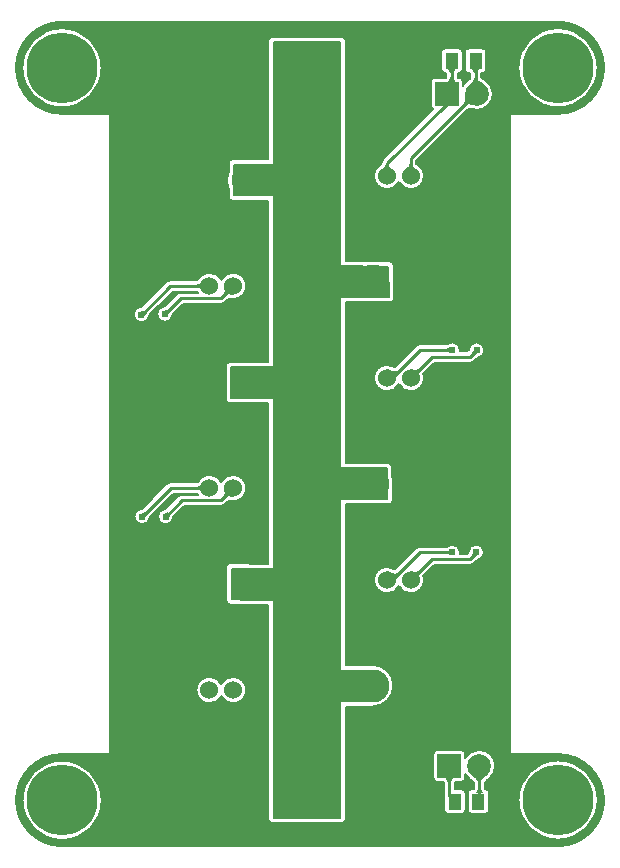
<source format=gtl>
G04 Layer: TopLayer*
G04 EasyEDA Pro v2.2.32.3, 2024-11-26 15:57:28*
G04 Gerber Generator version 0.3*
G04 Scale: 100 percent, Rotated: No, Reflected: No*
G04 Dimensions in millimeters*
G04 Leading zeros omitted, absolute positions, 3 integers and 5 decimals*
%FSLAX35Y35*%
%MOMM*%
%ADD10C,0.2032*%
%ADD11C,6.0*%
%ADD12R,2.0X2.0*%
%ADD13C,2.0*%
%ADD14C,2.79999*%
%ADD15C,1.524*%
%ADD16C,5.79999*%
%ADD17R,1.13254X1.37701*%
%ADD18C,0.6190*%
%ADD19C,0.61*%
%ADD20C,0.254*%
G75*


G04 Copper Start*
G36*
G01X5807395Y-47367D02*
G01X5710006Y-47691D01*
G03X5707431Y-47367I-2575J-10091D01*
G02X5317846Y342218I0J389585D01*
G02X5707431Y731803I389585J0D01*
G01X5707431Y731803D01*
G01X6107430Y731803D01*
G01X6107430Y731803D01*
G03X6117844Y742217I0J10414D01*
G01X6117844Y742217D01*
G01X6117844Y6142206D01*
G01X6117844Y6142206D01*
G03X6107430Y6152620I-10414J0D01*
G01X6107430Y6152620D01*
G01X5811135Y6152620D01*
G03X5807430Y6153302I-3705J-9733D01*
G03X5803725Y6152620I0J-10414D01*
G01X5707431Y6152620D01*
G01X5707431Y6152620D01*
G02X5317846Y6542206I0J389585D01*
G02X5701465Y6931745I389585J0D01*
G01X5701465Y6931745D01*
G03X5704960Y6931141I3495J9810D01*
G01X5704960Y6931141D01*
G01X5704997Y6931141D01*
G01X5704997Y6931141D01*
G01X5705026Y6931141D01*
G01X5705026Y6931141D01*
G01X5807463Y6931791D01*
G01X6307429Y6931791D01*
G01X6307429Y6931791D01*
G01X9307423Y6931791D01*
G01X9307423Y6931791D01*
G01X9807422Y6931791D01*
G01X9807457Y6931791D01*
G01X9904848Y6932114D01*
G03X9907421Y6931791I2573J10091D01*
G02X10297006Y6542206I0J-389585D01*
G02X9907421Y6152620I-389585J0D01*
G01X9907421Y6152620D01*
G01X9507422Y6152620D01*
G01X9507422Y6152620D01*
G03X9497008Y6142206I0J-10414D01*
G01X9497008Y6142206D01*
G01X9497008Y742217D01*
G01X9497008Y742217D01*
G03X9507422Y731803I10414J0D01*
G01X9507422Y731803D01*
G01X9907421Y731803D01*
G01X9907421Y731803D01*
G02X10297006Y342218I0J-389585D01*
G02X9909946Y-47359I-389585J0D01*
G01X9909946Y-47359D01*
G01X9908712Y-47286D01*
G01X9908704Y-47286D01*
G01X9807418Y-47367D01*
G01X9307423Y-47367D01*
G01X9307423Y-47367D01*
G01X6307429Y-47367D01*
G01X6307429Y-47367D01*
G01X5807430Y-47367D01*
G01X5807395Y-47367D01*
G37*
%LPC*%
G36*
G01X8074978Y147494D02*
G03X8110792Y183308I0J35814D01*
G01X8110792Y183308D01*
G01X8110792Y1133686D01*
G01X8337895Y1133686D01*
G01X8337895Y1133686D01*
G03X8350250Y1135884I0J35814D01*
G03X8513275Y1311232I-12788J175348D01*
G03X8337461Y1487046I-175814J0D01*
G03X8304009Y1483834I0J-175814D01*
G01X8110792Y1483834D01*
G01X8110792Y2847344D01*
G01X8318529Y2847344D01*
G03X8337461Y2846322I18933J174791D01*
G03X8356013Y2847303I0J175814D01*
G01X8472516Y2845714D01*
G01X8472516Y2845714D01*
G01X8473005Y2845711D01*
G03X8508819Y2881525I0J35814D01*
G01X8508808Y2882385D01*
G01X8508808Y2882385D01*
G01X8506604Y2974165D01*
G03X8513275Y3022135I-169143J47971D01*
G03X8504106Y3078171I-175814J0D01*
G01X8502084Y3162337D01*
G01X8502084Y3162337D01*
G03X8466901Y3197286I-35804J-860D01*
G01X8466901Y3197286D01*
G01X8338997Y3199502D01*
G01X8338997Y3199502D01*
G01X8338377Y3199507D01*
G01X8338140Y3199506D01*
G01X8338140Y3199506D01*
G01X8110792Y3198002D01*
G01X8110792Y4557039D01*
G01X8358369Y4557039D01*
G01X8483938Y4556209D01*
G01X8483938Y4556209D01*
G01X8484175Y4556208D01*
G03X8519989Y4592022I0J35814D01*
G01X8519985Y4592550D01*
G01X8519985Y4592550D01*
G01X8515893Y4870356D01*
G01X8515893Y4870356D01*
G03X8480208Y4905642I-35810J-528D01*
G01X8480208Y4905642D01*
G01X8368826Y4906032D01*
G03X8337461Y4908853I-31365J-172993D01*
G03X8307309Y4906248I0J-175814D01*
G01X8110792Y4906936D01*
G01X8110792Y6769019D01*
G01X8110792Y6769019D01*
G03X8074978Y6804833I-35814J0D01*
G01X8074977Y6804833D01*
G01X7488524Y6804833D01*
G01X7488524Y6804833D01*
G03X7452710Y6769019I0J-35814D01*
G01X7452710Y6769019D01*
G01X7452710Y5768709D01*
G01X7153667Y5769041D01*
G01X7153667Y5769041D01*
G01X7153627Y5769041D01*
G03X7117813Y5733227I0J-35814D01*
G01X7117813Y5733227D01*
G01X7117813Y5657526D01*
G03X7103459Y5587947I161460J-69579D01*
G03X7117813Y5518368I175814J0D01*
G01X7117813Y5453274D01*
G01X7117813Y5453274D01*
G03X7153627Y5417460I35814J0D01*
G01X7153706Y5417461D01*
G01X7235612Y5417641D01*
G03X7279273Y5412133I43661J170306D01*
G03X7323683Y5417835I0J175814D01*
G01X7452710Y5418119D01*
G01X7452710Y4051035D01*
G01X7304522Y4051035D01*
G03X7279273Y4052857I-25249J-173991D01*
G03X7254024Y4051035I0J-175814D01*
G01X7127722Y4051035D01*
G01X7127722Y4051035D01*
G03X7091908Y4015221I0J-35814D01*
G01X7091908Y4015221D01*
G01X7091908Y3736925D01*
G01X7091908Y3736925D01*
G03X7127705Y3701111I35814J0D01*
G01X7127705Y3701111D01*
G01X7452710Y3700954D01*
G01X7452710Y2343668D01*
G01X7133263Y2348833D01*
G01X7133263Y2348833D01*
G01X7132684Y2348838D01*
G03X7096870Y2313024I0J-35814D01*
G01X7096871Y2312768D01*
G01X7096871Y2312768D01*
G01X7098885Y2030435D01*
G01X7098885Y2030435D01*
G03X7133701Y1994890I35813J255D01*
G01X7133701Y1994890D01*
G01X7260165Y1991368D01*
G03X7279273Y1990326I19108J174772D01*
G03X7292279Y1990808I0J175814D01*
G01X7452710Y1991010D01*
G01X7452710Y183308D01*
G01X7452710Y183308D01*
G03X7488524Y147494I35814J0D01*
G01X7488524Y147494D01*
G01X8074977Y147494D01*
G01X8074978Y147494D01*
G37*
G36*
G01X8560473Y5575583D02*
G03X8660473Y5514038I100000J50470D01*
G03X8772487Y5626052I0J112014D01*
G03X8740612Y5704313I-112014J0D01*
G01X8739315Y5705626D01*
G01X8739315Y5705626D01*
G01X8739101Y5705832D01*
G03X8737059Y5707794I-78628J-79779D01*
G01X8736206Y5708614D01*
G01X8736206Y5708614D01*
G01X8734626Y5710044D01*
G01X8734626Y5710044D01*
G01X8730525Y5713540D01*
G01X8730525Y5713540D01*
G01X8728862Y5714875D01*
G01X8728862Y5714875D01*
G01X8724843Y5717908D01*
G01X8724843Y5717908D01*
G01X8723157Y5719105D01*
G01X8723157Y5719105D01*
G01X8716418Y5723605D01*
G01X8716417Y5723605D01*
G01X8715939Y5723919D01*
G01X8715939Y5723919D01*
G01X8709052Y5728360D01*
G01X8708987Y5730371D01*
G01X8708987Y5757241D01*
G01X9148195Y6196449D01*
G01X9150717Y6196545D01*
G01X9153592Y6196477D01*
G01X9158502Y6196090D01*
G01X9167448Y6194882D01*
G01X9181639Y6192309D01*
G03X9220167Y6186729I38528J130234D01*
G03X9228536Y6186987I0J135814D01*
G01X9228536Y6186987D01*
G01X9228808Y6187004D01*
G01X9228808Y6187004D01*
G03X9355981Y6322543I-8641J135539D01*
G03X9282523Y6443196I-135814J0D01*
G01X9271980Y6450311D01*
G01X9264652Y6455744D01*
G01X9260847Y6458910D01*
G01X9258745Y6460870D01*
G01X9257081Y6462628D01*
G01X9257081Y6494993D01*
G01X9257304Y6497279D01*
G01X9265194Y6497279D01*
G01X9265194Y6497279D01*
G03X9301008Y6533093I0J35814D01*
G01X9301008Y6533093D01*
G01X9301008Y6670794D01*
G01X9301008Y6670794D01*
G03X9265194Y6706608I-35814J0D01*
G01X9265194Y6706608D01*
G01X9151940Y6706608D01*
G01X9151940Y6706608D01*
G03X9116126Y6670794I0J-35814D01*
G01X9116126Y6670794D01*
G01X9116126Y6533093D01*
G01X9116126Y6533093D01*
G03X9151940Y6497279I35814J0D01*
G01X9151940Y6497279D01*
G01X9159829Y6497279D01*
G01X9160053Y6494993D01*
G01X9160053Y6459256D01*
G01X9159946Y6455915D01*
G01X9159707Y6453568D01*
G01X9159566Y6452728D01*
G01X9159382Y6451904D01*
G01X9159203Y6451276D01*
G01X9159036Y6450797D01*
G01X9158876Y6450415D01*
G01X9158711Y6450078D01*
G01X9158518Y6449736D01*
G01X9158272Y6449352D01*
G01X9158059Y6449056D01*
G01X9157185Y6447983D01*
G01X9156202Y6446921D01*
G01X9154242Y6445039D01*
G01X9145094Y6437338D01*
G01X9145090Y6437334D01*
G01X9133884Y6427898D01*
G01X9133884Y6427898D01*
G01X9132382Y6426559D01*
G01X9132382Y6426559D01*
G01X9126525Y6421035D01*
G01X9126525Y6421035D01*
G01X9125196Y6419715D01*
G01X9125196Y6419715D01*
G01X9123581Y6418023D01*
G03X9120321Y6414610I96586J-95480D01*
G01X9120321Y6414610D01*
G01X9119659Y6413889D01*
G01X9119659Y6413889D01*
G01X9119470Y6413678D01*
G03X9101981Y6389457I100697J-91135D01*
G01X9101981Y6422543D01*
G01X9101981Y6422543D01*
G03X9066167Y6458357I-35814J0D01*
G01X9066167Y6458357D01*
G01X9057305Y6458357D01*
G01X9057081Y6460643D01*
G01X9057081Y6494993D01*
G01X9057305Y6497279D01*
G01X9065194Y6497279D01*
G01X9065194Y6497279D01*
G03X9101008Y6533093I0J35814D01*
G01X9101008Y6533093D01*
G01X9101008Y6670794D01*
G01X9101008Y6670794D01*
G03X9065194Y6706608I-35814J0D01*
G01X9065194Y6706608D01*
G01X8951940Y6706608D01*
G01X8951940Y6706608D01*
G03X8916126Y6670794I0J-35814D01*
G01X8916126Y6670794D01*
G01X8916126Y6533093D01*
G01X8916126Y6533093D01*
G03X8951940Y6497279I35814J0D01*
G01X8951940Y6497279D01*
G01X8959830Y6497279D01*
G01X8960053Y6494993D01*
G01X8960053Y6460643D01*
G01X8959830Y6458357D01*
G01X8866167Y6458357D01*
G01X8866167Y6458357D01*
G03X8830353Y6422543I0J-35814D01*
G01X8830353Y6422543D01*
G01X8830353Y6222543D01*
G01X8830353Y6222543D01*
G03X8849979Y6190597I35814J0D01*
G01X8426169Y5766787D01*
G01X8426169Y5766787D01*
G03X8411959Y5732482I34305J-34305D01*
G01X8411959Y5732482D01*
G01X8411959Y5730371D01*
G01X8411893Y5728328D01*
G01X8402241Y5722134D01*
G01X8402241Y5722134D01*
G01X8401199Y5721440D01*
G01X8401199Y5721440D01*
G01X8396298Y5718048D01*
G01X8396298Y5718048D01*
G01X8394714Y5716886D01*
G01X8394714Y5716886D01*
G01X8390671Y5713746D01*
G01X8390671Y5713746D01*
G01X8389190Y5712531D01*
G01X8389190Y5712531D01*
G01X8386108Y5709862D01*
G01X8386108Y5709862D01*
G01X8384741Y5708614D01*
G01X8384740Y5708614D01*
G01X8383887Y5707794D01*
G03X8381845Y5705832I76586J-81742D01*
G01X8381631Y5705626D01*
G01X8381631Y5705626D01*
G01X8380334Y5704313D01*
G01X8380334Y5704313D01*
G03X8348459Y5626052I80140J-78261D01*
G03X8460473Y5514038I112014J0D01*
G03X8560473Y5575583I0J112014D01*
G37*
G36*
G01X9572133Y342523D02*
G03X9907947Y6709I335814J0D01*
G03X10243761Y342523I0J335814D01*
G03X9907947Y678337I-335814J0D01*
G03X9572133Y342523I0J-335814D01*
G37*
G36*
G01X5372480Y339949D02*
G03X5708294Y4134I335814J0D01*
G03X6044108Y339949I0J335814D01*
G03X5708294Y675763I-335814J0D01*
G03X5372480Y339949I0J-335814D01*
G37*
G36*
G01X9906884Y6206613D02*
G03X10242698Y6542427I0J335814D01*
G03X9906884Y6878241I-335814J0D01*
G03X9571070Y6542427I0J-335814D01*
G03X9906884Y6206613I335814J0D01*
G37*
G36*
G01X5707243Y6206045D02*
G03X6043057Y6541859I0J335814D01*
G03X5707243Y6877673I-335814J0D01*
G03X5371429Y6541859I0J-335814D01*
G03X5707243Y6206045I335814J0D01*
G37*
G36*
G01X6313773Y4452934D02*
G03X6380087Y4386620I66314J0D01*
G03X6446148Y4447147I0J66314D01*
G01X6446335Y4447674D01*
G01X6446611Y4448314D01*
G01X6644716Y4646420D01*
G01X6851942Y4646420D01*
G01X6853985Y4646354D01*
G01X6858506Y4639308D01*
G01X6712844Y4639308D01*
G01X6712844Y4639308D01*
G03X6678539Y4625099I0J-48514D01*
G01X6678539Y4625099D01*
G01X6576643Y4523202D01*
G01X6573923Y4522932D01*
G03X6512537Y4456801I4927J-66131D01*
G03X6578851Y4390487I66314J0D01*
G03X6644981Y4451874I0J66314D01*
G01X6645252Y4454593D01*
G01X6732939Y4542280D01*
G01X7052121Y4542280D01*
G01X7052121Y4542280D01*
G03X7086425Y4556489I0J48514D01*
G01X7086425Y4556489D01*
G01X7116800Y4586864D01*
G01X7118292Y4588263D01*
G01X7129497Y4585817D01*
G01X7129497Y4585817D01*
G01X7130727Y4585571D01*
G01X7130727Y4585571D01*
G01X7136591Y4584504D01*
G01X7136591Y4584504D01*
G01X7138530Y4584206D01*
G01X7138530Y4584206D01*
G01X7143608Y4583567D01*
G01X7143608Y4583567D01*
G01X7145517Y4583379D01*
G01X7145517Y4583379D01*
G01X7149584Y4583087D01*
G01X7149584Y4583087D01*
G01X7151432Y4583003D01*
G01X7151432Y4583003D01*
G01X7152624Y4582979D01*
G03X7155437Y4582923I3637J111955D01*
G01X7155743Y4582917D01*
G01X7155743Y4582917D01*
G01X7156456Y4582910D01*
G01X7157595Y4582928D01*
G03X7163127Y4583131I-1334J112006D01*
G01X7163424Y4583149D01*
G03X7268275Y4694934I-7163J111785D01*
G03X7156261Y4806948I-112014J0D01*
G03X7056261Y4745404I0J-112014D01*
G03X6956261Y4806948I-100000J-50470D01*
G03X6878000Y4775073I0J-112014D01*
G01X6876686Y4773775D01*
G01X6876686Y4773775D01*
G01X6876482Y4773563D01*
G03X6874512Y4771513I79779J-78629D01*
G01X6873698Y4770665D01*
G01X6873698Y4770665D01*
G01X6872270Y4769088D01*
G01X6872270Y4769088D01*
G01X6868774Y4764987D01*
G01X6868774Y4764987D01*
G01X6867439Y4763323D01*
G01X6867439Y4763323D01*
G01X6864406Y4759304D01*
G01X6864406Y4759304D01*
G01X6863209Y4757619D01*
G01X6863209Y4757619D01*
G01X6858708Y4750879D01*
G01X6858708Y4750879D01*
G01X6858394Y4750400D01*
G01X6858394Y4750400D01*
G01X6853953Y4743513D01*
G01X6851944Y4743448D01*
G01X6624621Y4743448D01*
G01X6624621Y4743448D01*
G03X6590317Y4729239I0J-48514D01*
G01X6590317Y4729239D01*
G01X6380475Y4519396D01*
G01X6375985Y4519121D01*
G01X6375985Y4519121D01*
G01X6375768Y4519107D01*
G03X6313773Y4452934I4319J-66173D01*
G37*
G36*
G01X6518144Y2742175D02*
G03X6584458Y2675861I66314J0D01*
G03X6650589Y2737248I0J66314D01*
G01X6650859Y2739968D01*
G01X6742268Y2831376D01*
G01X7052121Y2831376D01*
G01X7052121Y2831376D01*
G03X7086425Y2845586I0J48514D01*
G01X7086425Y2845586D01*
G01X7116800Y2875960D01*
G01X7118292Y2877359D01*
G01X7129497Y2874913D01*
G01X7129497Y2874913D01*
G01X7130727Y2874667D01*
G01X7130727Y2874667D01*
G01X7136591Y2873600D01*
G01X7136591Y2873600D01*
G01X7138530Y2873302D01*
G01X7138530Y2873302D01*
G01X7143608Y2872664D01*
G01X7143608Y2872664D01*
G01X7145517Y2872475D01*
G01X7145517Y2872475D01*
G01X7149584Y2872184D01*
G01X7149584Y2872184D01*
G01X7151432Y2872099D01*
G01X7151432Y2872099D01*
G01X7152624Y2872075D01*
G03X7155437Y2872019I3637J111955D01*
G01X7155743Y2872013D01*
G01X7155743Y2872013D01*
G01X7156456Y2872006D01*
G01X7157595Y2872024D01*
G03X7163127Y2872227I-1334J112006D01*
G01X7163424Y2872246D01*
G03X7268275Y2984030I-7163J111785D01*
G03X7156261Y3096044I-112014J0D01*
G03X7056261Y3034500I0J-112014D01*
G03X6956261Y3096044I-100000J-50470D01*
G03X6878048Y3064217I0J-112014D01*
G01X6876727Y3062914D01*
G01X6876727Y3062914D01*
G01X6876461Y3062637D01*
G03X6874679Y3060786I79801J-78607D01*
G01X6873751Y3059822D01*
G01X6873751Y3059822D01*
G01X6872341Y3058269D01*
G01X6872341Y3058269D01*
G01X6868852Y3054192D01*
G01X6868852Y3054192D01*
G01X6867536Y3052560D01*
G01X6867536Y3052560D01*
G01X6864503Y3048564D01*
G01X6864503Y3048564D01*
G01X6863271Y3046836D01*
G01X6863271Y3046836D01*
G01X6858169Y3039216D01*
G01X6858169Y3039216D01*
G01X6857961Y3038903D01*
G01X6857961Y3038903D01*
G01X6854012Y3032868D01*
G01X6851942Y3032801D01*
G01X6626260Y3032801D01*
G01X6626260Y3032801D01*
G03X6591955Y3018592I0J-48514D01*
G01X6591955Y3018592D01*
G01X6382713Y2809350D01*
G01X6379994Y2809080D01*
G03X6318607Y2742949I4926J-66131D01*
G03X6384921Y2676635I66314J0D01*
G03X6451051Y2738011I0J66314D01*
G01X6451322Y2740741D01*
G01X6451322Y2740741D01*
G01X6646355Y2935773D01*
G01X6851943Y2935773D01*
G01X6853929Y2935709D01*
G01X6858562Y2928404D01*
G01X6722173Y2928404D01*
G01X6722173Y2928404D01*
G03X6687868Y2914195I0J-48514D01*
G01X6687868Y2914195D01*
G01X6582250Y2808577D01*
G01X6579530Y2808306D01*
G03X6518144Y2742175I4927J-66131D01*
G37*
G36*
G01X8560473Y3864679D02*
G03X8660473Y3803135I100000J50470D01*
G03X8772479Y3913814I0J112014D01*
G01X8772479Y3913814D01*
G01X8772497Y3914953D01*
G01X8772490Y3915668D01*
G01X8772490Y3915668D01*
G01X8772484Y3915970D01*
G03X8772427Y3918800I-112011J-822D01*
G01X8772404Y3919980D01*
G01X8772404Y3919980D01*
G01X8772298Y3922104D01*
G01X8772298Y3922104D01*
G01X8771871Y3927476D01*
G01X8771871Y3927476D01*
G01X8771638Y3929597D01*
G01X8771638Y3929597D01*
G01X8770941Y3934584D01*
G01X8770941Y3934584D01*
G01X8770596Y3936622D01*
G01X8770596Y3936622D01*
G01X8769012Y3944570D01*
G01X8769012Y3944570D01*
G01X8768896Y3945131D01*
G01X8768896Y3945131D01*
G01X8767166Y3953141D01*
G01X8768543Y3954610D01*
G01X8857804Y4043871D01*
G01X9159344Y4043871D01*
G01X9159344Y4043871D01*
G03X9193649Y4058080I0J48514D01*
G01X9193649Y4058080D01*
G01X9219992Y4084423D01*
G01X9222713Y4084694D01*
G03X9284099Y4150825I-4928J66131D01*
G03X9217784Y4217139I-66314J0D01*
G03X9151654Y4155762I0J-66314D01*
G01X9151383Y4153032D01*
G01X9139249Y4140899D01*
G01X9078014Y4140899D01*
G03X9078761Y4150825I-65567J9926D01*
G03X9012447Y4217139I-66314J0D01*
G03X8972410Y4203688I0J-66314D01*
G01X8971197Y4203624D01*
G01X8970756Y4203620D01*
G01X8741633Y4203620D01*
G01X8741633Y4203620D01*
G03X8707329Y4189411I0J-48514D01*
G01X8707329Y4189411D01*
G01X8525611Y4007693D01*
G01X8522499Y4008618D01*
G01X8521837Y4008859D01*
G03X8460473Y4027163I-61364J-93710D01*
G03X8348459Y3915149I0J-112014D01*
G03X8460473Y3803135I112014J0D01*
G03X8560473Y3864679I0J112014D01*
G37*
G36*
G01X8560473Y2153775D02*
G03X8660473Y2092231I100000J50470D01*
G03X8772479Y2202911I0J112014D01*
G01X8772479Y2202911D01*
G01X8772497Y2204049D01*
G01X8772490Y2204765D01*
G01X8772490Y2204765D01*
G01X8772484Y2205067D01*
G03X8772427Y2207896I-112011J-822D01*
G01X8772404Y2209076D01*
G01X8772404Y2209076D01*
G01X8772298Y2211200D01*
G01X8772298Y2211200D01*
G01X8771871Y2216572D01*
G01X8771871Y2216572D01*
G01X8771638Y2218694D01*
G01X8771638Y2218694D01*
G01X8770941Y2223680D01*
G01X8770941Y2223680D01*
G01X8770596Y2225718D01*
G01X8770596Y2225718D01*
G01X8769012Y2233666D01*
G01X8769012Y2233666D01*
G01X8768896Y2234227D01*
G01X8768896Y2234227D01*
G01X8767166Y2242237D01*
G01X8768541Y2243704D01*
G01X8857273Y2332436D01*
G01X9159955Y2332436D01*
G01X9159955Y2332436D01*
G03X9194260Y2346645I0J48514D01*
G01X9194260Y2346645D01*
G01X9220615Y2373000D01*
G01X9221107Y2373285D01*
G01X9221392Y2373425D01*
G03X9280908Y2439390I-6798J65965D01*
G03X9214594Y2505704I-66314J0D01*
G03X9148421Y2443709I0J-66314D01*
G01X9148400Y2443376D01*
G01X9148400Y2443376D01*
G03X9148285Y2440192I66194J-3987D01*
G01X9148208Y2437811D01*
G01X9139860Y2429464D01*
G01X9075984Y2429464D01*
G03X9076731Y2439390I-65567J9926D01*
G03X9010417Y2505704I-66314J0D01*
G03X8967359Y2489823I0J-66314D01*
G01X8967009Y2489545D01*
G01X8966927Y2489490D01*
G01X8966467Y2489229D01*
G01X8966220Y2489111D01*
G01X8738028Y2489111D01*
G01X8738028Y2489111D01*
G03X8703723Y2474902I0J-48514D01*
G01X8703723Y2474902D01*
G01X8525611Y2296790D01*
G01X8522499Y2297714D01*
G01X8521837Y2297955D01*
G03X8460473Y2316259I-61364J-93710D01*
G03X8348459Y2204245I0J-112014D01*
G03X8460473Y2092231I112014J0D01*
G03X8560473Y2153775I0J112014D01*
G37*
G36*
G01X9290098Y224482D02*
G03X9325912Y260296I0J35814D01*
G01X9325912Y260296D01*
G01X9325912Y397997D01*
G01X9325912Y397997D01*
G03X9290098Y433811I-35814J0D01*
G01X9290098Y433811D01*
G01X9289275Y433811D01*
G01X9289051Y436097D01*
G01X9289051Y490909D01*
G01X9289737Y491938D01*
G01X9291833Y494566D01*
G01X9294666Y497686D01*
G01X9300289Y503207D01*
G01X9322634Y522494D01*
G01X9322634Y522495D01*
G01X9322895Y522722D01*
G01X9322895Y522722D01*
G01X9323894Y523601D01*
G03X9376351Y630826I-83356J107225D01*
G03X9240537Y766640I-135814J0D01*
G03X9122351Y697739I0J-135814D01*
G01X9122351Y730826D01*
G01X9122351Y730826D01*
G03X9086537Y766640I-35814J0D01*
G01X9086537Y766640D01*
G01X8886537Y766640D01*
G01X8886537Y766640D01*
G03X8850723Y730826I0J-35814D01*
G01X8850723Y730826D01*
G01X8850723Y530826D01*
G01X8850723Y530826D01*
G03X8886537Y495012I35814J0D01*
G01X8886537Y495012D01*
G01X8937800Y495012D01*
G01X8938023Y492726D01*
G01X8938023Y376081D01*
G01X8938023Y376081D01*
G03X8941031Y359265I48514J0D01*
G01X8941031Y260296D01*
G01X8941031Y260296D01*
G03X8976845Y224482I35814J0D01*
G01X8976845Y224482D01*
G01X9090099Y224482D01*
G01X9090099Y224482D01*
G03X9125913Y260296I0J35814D01*
G01X9125913Y260296D01*
G01X9125913Y397997D01*
G01X9125913Y397997D01*
G03X9090099Y433811I-35814J0D01*
G01X9090099Y433811D01*
G01X9035051Y433811D01*
G01X9035051Y492726D01*
G01X9035275Y495012D01*
G01X9086537Y495012D01*
G01X9086537Y495012D01*
G03X9122351Y530826I0J35814D01*
G01X9122351Y530826D01*
G01X9122351Y563912D01*
G03X9156687Y523987I118186J66913D01*
G01X9178549Y505273D01*
G01X9184647Y499492D01*
G01X9187865Y496127D01*
G01X9190404Y493159D01*
G01X9192023Y490955D01*
G01X9192023Y436097D01*
G01X9191800Y433811D01*
G01X9176845Y433811D01*
G01X9176845Y433811D01*
G03X9141031Y397997I0J-35814D01*
G01X9141031Y397997D01*
G01X9141031Y260296D01*
G01X9141031Y260296D01*
G03X9176845Y224482I35814J0D01*
G01X9176845Y224482D01*
G01X9290098Y224482D01*
G01X9290098Y224482D01*
G37*
G36*
G01X6844247Y1273127D02*
G03X6956261Y1161113I112014J0D01*
G03X7056261Y1222657I0J112014D01*
G03X7156261Y1161113I100000J50470D01*
G03X7268275Y1273127I0J112014D01*
G03X7156261Y1385141I-112014J0D01*
G03X7056261Y1323596I0J-112014D01*
G03X6956261Y1385141I-100000J-50470D01*
G03X6844247Y1273127I0J-112014D01*
G37*
%LPD*%
G36*
G01X7586626Y3746864D02*
G01X7137882Y3747080D01*
G01X7137882Y4005061D01*
G01X7586626Y4005061D01*
G01X7586626Y3746864D01*
G37*
G36*
G01X7589236Y2037157D02*
G01X7287097Y2036775D01*
G01X7281132Y2036775D01*
G01X7144788Y2040573D01*
G01X7142918Y2302697D01*
G01X7589236Y2295480D01*
G01X7589236Y2037157D01*
G37*
G36*
G01X7163787Y5463457D02*
G01X7163787Y5723056D01*
G01X7578795Y5722594D01*
G01X7578795Y5464371D01*
G01X7163787Y5463457D01*
G37*
G36*
G01X8064818Y6758859D02*
G01X8064818Y193468D01*
G01X7498684Y193468D01*
G01X7498684Y6758859D01*
G01X8064818Y6758859D01*
G37*
G36*
G01X8028642Y1179660D02*
G01X8028642Y1437860D01*
G01X8330829Y1437860D01*
G01X8330829Y1179660D01*
G01X8028642Y1179660D01*
G37*
G36*
G01X8462594Y2891828D02*
G01X8353405Y2893317D01*
G01X8353405Y2893317D01*
G01X8353267Y2893318D01*
G01X8353267Y2893318D01*
G01X8044013Y2893318D01*
G01X8044013Y3151585D01*
G01X8338322Y3153533D01*
G01X8456358Y3151488D01*
G01X8462594Y2891828D01*
G37*
G36*
G01X8473863Y4602250D02*
G01X8358554Y4603013D01*
G01X8358554Y4603013D01*
G01X8358487Y4603013D01*
G01X8358487Y4603013D01*
G01X8049233Y4603013D01*
G01X8049233Y4861178D01*
G01X8470071Y4859703D01*
G01X8473863Y4602250D01*
G37*
G54D10*
G01X5807395Y-47367D02*
G01X5710006Y-47691D01*
G03X5707431Y-47367I-2575J-10091D01*
G02X5317846Y342218I0J389585D01*
G02X5707431Y731803I389585J0D01*
G01X5707431Y731803D01*
G01X6107430Y731803D01*
G01X6107430Y731803D01*
G03X6117844Y742217I0J10414D01*
G01X6117844Y742217D01*
G01X6117844Y6142206D01*
G01X6117844Y6142206D01*
G03X6107430Y6152620I-10414J0D01*
G01X6107430Y6152620D01*
G01X5811135Y6152620D01*
G03X5807430Y6153302I-3705J-9733D01*
G03X5803725Y6152620I0J-10414D01*
G01X5707431Y6152620D01*
G01X5707431Y6152620D01*
G02X5317846Y6542206I0J389585D01*
G02X5701465Y6931745I389585J0D01*
G01X5701465Y6931745D01*
G03X5704960Y6931141I3495J9810D01*
G01X5704960Y6931141D01*
G01X5704997Y6931141D01*
G01X5704997Y6931141D01*
G01X5705026Y6931141D01*
G01X5705026Y6931141D01*
G01X5807463Y6931791D01*
G01X6307429Y6931791D01*
G01X6307429Y6931791D01*
G01X9307423Y6931791D01*
G01X9307423Y6931791D01*
G01X9807422Y6931791D01*
G01X9807457Y6931791D01*
G01X9904848Y6932114D01*
G03X9907421Y6931791I2573J10091D01*
G02X10297006Y6542206I0J-389585D01*
G02X9907421Y6152620I-389585J0D01*
G01X9907421Y6152620D01*
G01X9507422Y6152620D01*
G01X9507422Y6152620D01*
G03X9497008Y6142206I0J-10414D01*
G01X9497008Y6142206D01*
G01X9497008Y742217D01*
G01X9497008Y742217D01*
G03X9507422Y731803I10414J0D01*
G01X9507422Y731803D01*
G01X9907421Y731803D01*
G01X9907421Y731803D01*
G02X10297006Y342218I0J-389585D01*
G02X9909946Y-47359I-389585J0D01*
G01X9909946Y-47359D01*
G01X9908712Y-47286D01*
G01X9908704Y-47286D01*
G01X9807418Y-47367D01*
G01X9307423Y-47367D01*
G01X9307423Y-47367D01*
G01X6307429Y-47367D01*
G01X6307429Y-47367D01*
G01X5807430Y-47367D01*
G01X5807395Y-47367D01*
G01X8074978Y147494D02*
G03X8110792Y183308I0J35814D01*
G01X8110792Y183308D01*
G01X8110792Y1133686D01*
G01X8337895Y1133686D01*
G01X8337895Y1133686D01*
G03X8350250Y1135884I0J35814D01*
G03X8513275Y1311232I-12788J175348D01*
G03X8337461Y1487046I-175814J0D01*
G03X8304009Y1483834I0J-175814D01*
G01X8110792Y1483834D01*
G01X8110792Y2847344D01*
G01X8318529Y2847344D01*
G03X8337461Y2846322I18933J174791D01*
G03X8356013Y2847303I0J175814D01*
G01X8472516Y2845714D01*
G01X8472516Y2845714D01*
G01X8473005Y2845711D01*
G03X8508819Y2881525I0J35814D01*
G01X8508808Y2882385D01*
G01X8508808Y2882385D01*
G01X8506604Y2974165D01*
G03X8513275Y3022135I-169143J47971D01*
G03X8504106Y3078171I-175814J0D01*
G01X8502084Y3162337D01*
G01X8502084Y3162337D01*
G03X8466901Y3197286I-35804J-860D01*
G01X8466901Y3197286D01*
G01X8338997Y3199502D01*
G01X8338997Y3199502D01*
G01X8338377Y3199507D01*
G01X8338140Y3199506D01*
G01X8338140Y3199506D01*
G01X8110792Y3198002D01*
G01X8110792Y4557039D01*
G01X8358369Y4557039D01*
G01X8483938Y4556209D01*
G01X8483938Y4556209D01*
G01X8484175Y4556208D01*
G03X8519989Y4592022I0J35814D01*
G01X8519985Y4592550D01*
G01X8519985Y4592550D01*
G01X8515893Y4870356D01*
G01X8515893Y4870356D01*
G03X8480208Y4905642I-35810J-528D01*
G01X8480208Y4905642D01*
G01X8368826Y4906032D01*
G03X8337461Y4908853I-31365J-172993D01*
G03X8307309Y4906248I0J-175814D01*
G01X8110792Y4906936D01*
G01X8110792Y6769019D01*
G01X8110792Y6769019D01*
G03X8074978Y6804833I-35814J0D01*
G01X8074977Y6804833D01*
G01X7488524Y6804833D01*
G01X7488524Y6804833D01*
G03X7452710Y6769019I0J-35814D01*
G01X7452710Y6769019D01*
G01X7452710Y5768709D01*
G01X7153667Y5769041D01*
G01X7153667Y5769041D01*
G01X7153627Y5769041D01*
G03X7117813Y5733227I0J-35814D01*
G01X7117813Y5733227D01*
G01X7117813Y5657526D01*
G03X7103459Y5587947I161460J-69579D01*
G03X7117813Y5518368I175814J0D01*
G01X7117813Y5453274D01*
G01X7117813Y5453274D01*
G03X7153627Y5417460I35814J0D01*
G01X7153706Y5417461D01*
G01X7235612Y5417641D01*
G03X7279273Y5412133I43661J170306D01*
G03X7323683Y5417835I0J175814D01*
G01X7452710Y5418119D01*
G01X7452710Y4051035D01*
G01X7304522Y4051035D01*
G03X7279273Y4052857I-25249J-173991D01*
G03X7254024Y4051035I0J-175814D01*
G01X7127722Y4051035D01*
G01X7127722Y4051035D01*
G03X7091908Y4015221I0J-35814D01*
G01X7091908Y4015221D01*
G01X7091908Y3736925D01*
G01X7091908Y3736925D01*
G03X7127705Y3701111I35814J0D01*
G01X7127705Y3701111D01*
G01X7452710Y3700954D01*
G01X7452710Y2343668D01*
G01X7133263Y2348833D01*
G01X7133263Y2348833D01*
G01X7132684Y2348838D01*
G03X7096870Y2313024I0J-35814D01*
G01X7096871Y2312768D01*
G01X7096871Y2312768D01*
G01X7098885Y2030435D01*
G01X7098885Y2030435D01*
G03X7133701Y1994890I35813J255D01*
G01X7133701Y1994890D01*
G01X7260165Y1991368D01*
G03X7279273Y1990326I19108J174772D01*
G03X7292279Y1990808I0J175814D01*
G01X7452710Y1991010D01*
G01X7452710Y183308D01*
G01X7452710Y183308D01*
G03X7488524Y147494I35814J0D01*
G01X7488524Y147494D01*
G01X8074977Y147494D01*
G01X8074978Y147494D01*
G01X8560473Y5575583D02*
G03X8660473Y5514038I100000J50470D01*
G03X8772487Y5626052I0J112014D01*
G03X8740612Y5704313I-112014J0D01*
G01X8739315Y5705626D01*
G01X8739315Y5705626D01*
G01X8739101Y5705832D01*
G03X8737059Y5707794I-78628J-79779D01*
G01X8736206Y5708614D01*
G01X8736206Y5708614D01*
G01X8734626Y5710044D01*
G01X8734626Y5710044D01*
G01X8730525Y5713540D01*
G01X8730525Y5713540D01*
G01X8728862Y5714875D01*
G01X8728862Y5714875D01*
G01X8724843Y5717908D01*
G01X8724843Y5717908D01*
G01X8723157Y5719105D01*
G01X8723157Y5719105D01*
G01X8716418Y5723605D01*
G01X8716417Y5723605D01*
G01X8715939Y5723919D01*
G01X8715939Y5723919D01*
G01X8709052Y5728360D01*
G01X8708987Y5730371D01*
G01X8708987Y5757241D01*
G01X9148195Y6196449D01*
G01X9150717Y6196545D01*
G01X9153592Y6196477D01*
G01X9158502Y6196090D01*
G01X9167448Y6194882D01*
G01X9181639Y6192309D01*
G03X9220167Y6186729I38528J130234D01*
G03X9228536Y6186987I0J135814D01*
G01X9228536Y6186987D01*
G01X9228808Y6187004D01*
G01X9228808Y6187004D01*
G03X9355981Y6322543I-8641J135539D01*
G03X9282523Y6443196I-135814J0D01*
G01X9271980Y6450311D01*
G01X9264652Y6455744D01*
G01X9260847Y6458910D01*
G01X9258745Y6460870D01*
G01X9257081Y6462628D01*
G01X9257081Y6494993D01*
G01X9257304Y6497279D01*
G01X9265194Y6497279D01*
G01X9265194Y6497279D01*
G03X9301008Y6533093I0J35814D01*
G01X9301008Y6533093D01*
G01X9301008Y6670794D01*
G01X9301008Y6670794D01*
G03X9265194Y6706608I-35814J0D01*
G01X9265194Y6706608D01*
G01X9151940Y6706608D01*
G01X9151940Y6706608D01*
G03X9116126Y6670794I0J-35814D01*
G01X9116126Y6670794D01*
G01X9116126Y6533093D01*
G01X9116126Y6533093D01*
G03X9151940Y6497279I35814J0D01*
G01X9151940Y6497279D01*
G01X9159829Y6497279D01*
G01X9160053Y6494993D01*
G01X9160053Y6459256D01*
G01X9159946Y6455915D01*
G01X9159707Y6453568D01*
G01X9159566Y6452728D01*
G01X9159382Y6451904D01*
G01X9159203Y6451276D01*
G01X9159036Y6450797D01*
G01X9158876Y6450415D01*
G01X9158711Y6450078D01*
G01X9158518Y6449736D01*
G01X9158272Y6449352D01*
G01X9158059Y6449056D01*
G01X9157185Y6447983D01*
G01X9156202Y6446921D01*
G01X9154242Y6445039D01*
G01X9145094Y6437338D01*
G01X9145090Y6437334D01*
G01X9133884Y6427898D01*
G01X9133884Y6427898D01*
G01X9132382Y6426559D01*
G01X9132382Y6426559D01*
G01X9126525Y6421035D01*
G01X9126525Y6421035D01*
G01X9125196Y6419715D01*
G01X9125196Y6419715D01*
G01X9123581Y6418023D01*
G03X9120321Y6414610I96586J-95480D01*
G01X9120321Y6414610D01*
G01X9119659Y6413889D01*
G01X9119659Y6413889D01*
G01X9119470Y6413678D01*
G03X9101981Y6389457I100697J-91135D01*
G01X9101981Y6422543D01*
G01X9101981Y6422543D01*
G03X9066167Y6458357I-35814J0D01*
G01X9066167Y6458357D01*
G01X9057305Y6458357D01*
G01X9057081Y6460643D01*
G01X9057081Y6494993D01*
G01X9057305Y6497279D01*
G01X9065194Y6497279D01*
G01X9065194Y6497279D01*
G03X9101008Y6533093I0J35814D01*
G01X9101008Y6533093D01*
G01X9101008Y6670794D01*
G01X9101008Y6670794D01*
G03X9065194Y6706608I-35814J0D01*
G01X9065194Y6706608D01*
G01X8951940Y6706608D01*
G01X8951940Y6706608D01*
G03X8916126Y6670794I0J-35814D01*
G01X8916126Y6670794D01*
G01X8916126Y6533093D01*
G01X8916126Y6533093D01*
G03X8951940Y6497279I35814J0D01*
G01X8951940Y6497279D01*
G01X8959830Y6497279D01*
G01X8960053Y6494993D01*
G01X8960053Y6460643D01*
G01X8959830Y6458357D01*
G01X8866167Y6458357D01*
G01X8866167Y6458357D01*
G03X8830353Y6422543I0J-35814D01*
G01X8830353Y6422543D01*
G01X8830353Y6222543D01*
G01X8830353Y6222543D01*
G03X8849979Y6190597I35814J0D01*
G01X8426169Y5766787D01*
G01X8426169Y5766787D01*
G03X8411959Y5732482I34305J-34305D01*
G01X8411959Y5732482D01*
G01X8411959Y5730371D01*
G01X8411893Y5728328D01*
G01X8402241Y5722134D01*
G01X8402241Y5722134D01*
G01X8401199Y5721440D01*
G01X8401199Y5721440D01*
G01X8396298Y5718048D01*
G01X8396298Y5718048D01*
G01X8394714Y5716886D01*
G01X8394714Y5716886D01*
G01X8390671Y5713746D01*
G01X8390671Y5713746D01*
G01X8389190Y5712531D01*
G01X8389190Y5712531D01*
G01X8386108Y5709862D01*
G01X8386108Y5709862D01*
G01X8384741Y5708614D01*
G01X8384740Y5708614D01*
G01X8383887Y5707794D01*
G03X8381845Y5705832I76586J-81742D01*
G01X8381631Y5705626D01*
G01X8381631Y5705626D01*
G01X8380334Y5704313D01*
G01X8380334Y5704313D01*
G03X8348459Y5626052I80140J-78261D01*
G03X8460473Y5514038I112014J0D01*
G03X8560473Y5575583I0J112014D01*
G01X9572133Y342523D02*
G03X9907947Y6709I335814J0D01*
G03X10243761Y342523I0J335814D01*
G03X9907947Y678337I-335814J0D01*
G03X9572133Y342523I0J-335814D01*
G01X5372480Y339949D02*
G03X5708294Y4134I335814J0D01*
G03X6044108Y339949I0J335814D01*
G03X5708294Y675763I-335814J0D01*
G03X5372480Y339949I0J-335814D01*
G01X9906884Y6206613D02*
G03X10242698Y6542427I0J335814D01*
G03X9906884Y6878241I-335814J0D01*
G03X9571070Y6542427I0J-335814D01*
G03X9906884Y6206613I335814J0D01*
G01X5707243Y6206045D02*
G03X6043057Y6541859I0J335814D01*
G03X5707243Y6877673I-335814J0D01*
G03X5371429Y6541859I0J-335814D01*
G03X5707243Y6206045I335814J0D01*
G01X6313773Y4452934D02*
G03X6380087Y4386620I66314J0D01*
G03X6446148Y4447147I0J66314D01*
G01X6446335Y4447674D01*
G01X6446611Y4448314D01*
G01X6644716Y4646420D01*
G01X6851942Y4646420D01*
G01X6853985Y4646354D01*
G01X6858506Y4639308D01*
G01X6712844Y4639308D01*
G01X6712844Y4639308D01*
G03X6678539Y4625099I0J-48514D01*
G01X6678539Y4625099D01*
G01X6576643Y4523202D01*
G01X6573923Y4522932D01*
G03X6512537Y4456801I4927J-66131D01*
G03X6578851Y4390487I66314J0D01*
G03X6644981Y4451874I0J66314D01*
G01X6645252Y4454593D01*
G01X6732939Y4542280D01*
G01X7052121Y4542280D01*
G01X7052121Y4542280D01*
G03X7086425Y4556489I0J48514D01*
G01X7086425Y4556489D01*
G01X7116800Y4586864D01*
G01X7118292Y4588263D01*
G01X7129497Y4585817D01*
G01X7129497Y4585817D01*
G01X7130727Y4585571D01*
G01X7130727Y4585571D01*
G01X7136591Y4584504D01*
G01X7136591Y4584504D01*
G01X7138530Y4584206D01*
G01X7138530Y4584206D01*
G01X7143608Y4583567D01*
G01X7143608Y4583567D01*
G01X7145517Y4583379D01*
G01X7145517Y4583379D01*
G01X7149584Y4583087D01*
G01X7149584Y4583087D01*
G01X7151432Y4583003D01*
G01X7151432Y4583003D01*
G01X7152624Y4582979D01*
G03X7155437Y4582923I3637J111955D01*
G01X7155743Y4582917D01*
G01X7155743Y4582917D01*
G01X7156456Y4582910D01*
G01X7157595Y4582928D01*
G03X7163127Y4583131I-1334J112006D01*
G01X7163424Y4583149D01*
G03X7268275Y4694934I-7163J111785D01*
G03X7156261Y4806948I-112014J0D01*
G03X7056261Y4745404I0J-112014D01*
G03X6956261Y4806948I-100000J-50470D01*
G03X6878000Y4775073I0J-112014D01*
G01X6876686Y4773775D01*
G01X6876686Y4773775D01*
G01X6876482Y4773563D01*
G03X6874512Y4771513I79779J-78629D01*
G01X6873698Y4770665D01*
G01X6873698Y4770665D01*
G01X6872270Y4769088D01*
G01X6872270Y4769088D01*
G01X6868774Y4764987D01*
G01X6868774Y4764987D01*
G01X6867439Y4763323D01*
G01X6867439Y4763323D01*
G01X6864406Y4759304D01*
G01X6864406Y4759304D01*
G01X6863209Y4757619D01*
G01X6863209Y4757619D01*
G01X6858708Y4750879D01*
G01X6858708Y4750879D01*
G01X6858394Y4750400D01*
G01X6858394Y4750400D01*
G01X6853953Y4743513D01*
G01X6851944Y4743448D01*
G01X6624621Y4743448D01*
G01X6624621Y4743448D01*
G03X6590317Y4729239I0J-48514D01*
G01X6590317Y4729239D01*
G01X6380475Y4519396D01*
G01X6375985Y4519121D01*
G01X6375985Y4519121D01*
G01X6375768Y4519107D01*
G03X6313773Y4452934I4319J-66173D01*
G01X6518144Y2742175D02*
G03X6584458Y2675861I66314J0D01*
G03X6650589Y2737248I0J66314D01*
G01X6650859Y2739968D01*
G01X6742268Y2831376D01*
G01X7052121Y2831376D01*
G01X7052121Y2831376D01*
G03X7086425Y2845586I0J48514D01*
G01X7086425Y2845586D01*
G01X7116800Y2875960D01*
G01X7118292Y2877359D01*
G01X7129497Y2874913D01*
G01X7129497Y2874913D01*
G01X7130727Y2874667D01*
G01X7130727Y2874667D01*
G01X7136591Y2873600D01*
G01X7136591Y2873600D01*
G01X7138530Y2873302D01*
G01X7138530Y2873302D01*
G01X7143608Y2872664D01*
G01X7143608Y2872664D01*
G01X7145517Y2872475D01*
G01X7145517Y2872475D01*
G01X7149584Y2872184D01*
G01X7149584Y2872184D01*
G01X7151432Y2872099D01*
G01X7151432Y2872099D01*
G01X7152624Y2872075D01*
G03X7155437Y2872019I3637J111955D01*
G01X7155743Y2872013D01*
G01X7155743Y2872013D01*
G01X7156456Y2872006D01*
G01X7157595Y2872024D01*
G03X7163127Y2872227I-1334J112006D01*
G01X7163424Y2872246D01*
G03X7268275Y2984030I-7163J111785D01*
G03X7156261Y3096044I-112014J0D01*
G03X7056261Y3034500I0J-112014D01*
G03X6956261Y3096044I-100000J-50470D01*
G03X6878048Y3064217I0J-112014D01*
G01X6876727Y3062914D01*
G01X6876727Y3062914D01*
G01X6876461Y3062637D01*
G03X6874679Y3060786I79801J-78607D01*
G01X6873751Y3059822D01*
G01X6873751Y3059822D01*
G01X6872341Y3058269D01*
G01X6872341Y3058269D01*
G01X6868852Y3054192D01*
G01X6868852Y3054192D01*
G01X6867536Y3052560D01*
G01X6867536Y3052560D01*
G01X6864503Y3048564D01*
G01X6864503Y3048564D01*
G01X6863271Y3046836D01*
G01X6863271Y3046836D01*
G01X6858169Y3039216D01*
G01X6858169Y3039216D01*
G01X6857961Y3038903D01*
G01X6857961Y3038903D01*
G01X6854012Y3032868D01*
G01X6851942Y3032801D01*
G01X6626260Y3032801D01*
G01X6626260Y3032801D01*
G03X6591955Y3018592I0J-48514D01*
G01X6591955Y3018592D01*
G01X6382713Y2809350D01*
G01X6379994Y2809080D01*
G03X6318607Y2742949I4926J-66131D01*
G03X6384921Y2676635I66314J0D01*
G03X6451051Y2738011I0J66314D01*
G01X6451322Y2740741D01*
G01X6451322Y2740741D01*
G01X6646355Y2935773D01*
G01X6851943Y2935773D01*
G01X6853929Y2935709D01*
G01X6858562Y2928404D01*
G01X6722173Y2928404D01*
G01X6722173Y2928404D01*
G03X6687868Y2914195I0J-48514D01*
G01X6687868Y2914195D01*
G01X6582250Y2808577D01*
G01X6579530Y2808306D01*
G03X6518144Y2742175I4927J-66131D01*
G01X8560473Y3864679D02*
G03X8660473Y3803135I100000J50470D01*
G03X8772479Y3913814I0J112014D01*
G01X8772479Y3913814D01*
G01X8772497Y3914953D01*
G01X8772490Y3915668D01*
G01X8772490Y3915668D01*
G01X8772484Y3915970D01*
G03X8772427Y3918800I-112011J-822D01*
G01X8772404Y3919980D01*
G01X8772404Y3919980D01*
G01X8772298Y3922104D01*
G01X8772298Y3922104D01*
G01X8771871Y3927476D01*
G01X8771871Y3927476D01*
G01X8771638Y3929597D01*
G01X8771638Y3929597D01*
G01X8770941Y3934584D01*
G01X8770941Y3934584D01*
G01X8770596Y3936622D01*
G01X8770596Y3936622D01*
G01X8769012Y3944570D01*
G01X8769012Y3944570D01*
G01X8768896Y3945131D01*
G01X8768896Y3945131D01*
G01X8767166Y3953141D01*
G01X8768543Y3954610D01*
G01X8857804Y4043871D01*
G01X9159344Y4043871D01*
G01X9159344Y4043871D01*
G03X9193649Y4058080I0J48514D01*
G01X9193649Y4058080D01*
G01X9219992Y4084423D01*
G01X9222713Y4084694D01*
G03X9284099Y4150825I-4928J66131D01*
G03X9217784Y4217139I-66314J0D01*
G03X9151654Y4155762I0J-66314D01*
G01X9151383Y4153032D01*
G01X9139249Y4140899D01*
G01X9078014Y4140899D01*
G03X9078761Y4150825I-65567J9926D01*
G03X9012447Y4217139I-66314J0D01*
G03X8972410Y4203688I0J-66314D01*
G01X8971197Y4203624D01*
G01X8970756Y4203620D01*
G01X8741633Y4203620D01*
G01X8741633Y4203620D01*
G03X8707329Y4189411I0J-48514D01*
G01X8707329Y4189411D01*
G01X8525611Y4007693D01*
G01X8522499Y4008618D01*
G01X8521837Y4008859D01*
G03X8460473Y4027163I-61364J-93710D01*
G03X8348459Y3915149I0J-112014D01*
G03X8460473Y3803135I112014J0D01*
G03X8560473Y3864679I0J112014D01*
G01X8560473Y2153775D02*
G03X8660473Y2092231I100000J50470D01*
G03X8772479Y2202911I0J112014D01*
G01X8772479Y2202911D01*
G01X8772497Y2204049D01*
G01X8772490Y2204765D01*
G01X8772490Y2204765D01*
G01X8772484Y2205067D01*
G03X8772427Y2207896I-112011J-822D01*
G01X8772404Y2209076D01*
G01X8772404Y2209076D01*
G01X8772298Y2211200D01*
G01X8772298Y2211200D01*
G01X8771871Y2216572D01*
G01X8771871Y2216572D01*
G01X8771638Y2218694D01*
G01X8771638Y2218694D01*
G01X8770941Y2223680D01*
G01X8770941Y2223680D01*
G01X8770596Y2225718D01*
G01X8770596Y2225718D01*
G01X8769012Y2233666D01*
G01X8769012Y2233666D01*
G01X8768896Y2234227D01*
G01X8768896Y2234227D01*
G01X8767166Y2242237D01*
G01X8768541Y2243704D01*
G01X8857273Y2332436D01*
G01X9159955Y2332436D01*
G01X9159955Y2332436D01*
G03X9194260Y2346645I0J48514D01*
G01X9194260Y2346645D01*
G01X9220615Y2373000D01*
G01X9221107Y2373285D01*
G01X9221392Y2373425D01*
G03X9280908Y2439390I-6798J65965D01*
G03X9214594Y2505704I-66314J0D01*
G03X9148421Y2443709I0J-66314D01*
G01X9148400Y2443376D01*
G01X9148400Y2443376D01*
G03X9148285Y2440192I66194J-3987D01*
G01X9148208Y2437811D01*
G01X9139860Y2429464D01*
G01X9075984Y2429464D01*
G03X9076731Y2439390I-65567J9926D01*
G03X9010417Y2505704I-66314J0D01*
G03X8967359Y2489823I0J-66314D01*
G01X8967009Y2489545D01*
G01X8966927Y2489490D01*
G01X8966467Y2489229D01*
G01X8966220Y2489111D01*
G01X8738028Y2489111D01*
G01X8738028Y2489111D01*
G03X8703723Y2474902I0J-48514D01*
G01X8703723Y2474902D01*
G01X8525611Y2296790D01*
G01X8522499Y2297714D01*
G01X8521837Y2297955D01*
G03X8460473Y2316259I-61364J-93710D01*
G03X8348459Y2204245I0J-112014D01*
G03X8460473Y2092231I112014J0D01*
G03X8560473Y2153775I0J112014D01*
G01X9290098Y224482D02*
G03X9325912Y260296I0J35814D01*
G01X9325912Y260296D01*
G01X9325912Y397997D01*
G01X9325912Y397997D01*
G03X9290098Y433811I-35814J0D01*
G01X9290098Y433811D01*
G01X9289275Y433811D01*
G01X9289051Y436097D01*
G01X9289051Y490909D01*
G01X9289737Y491938D01*
G01X9291833Y494566D01*
G01X9294666Y497686D01*
G01X9300289Y503207D01*
G01X9322634Y522494D01*
G01X9322634Y522495D01*
G01X9322895Y522722D01*
G01X9322895Y522722D01*
G01X9323894Y523601D01*
G03X9376351Y630826I-83356J107225D01*
G03X9240537Y766640I-135814J0D01*
G03X9122351Y697739I0J-135814D01*
G01X9122351Y730826D01*
G01X9122351Y730826D01*
G03X9086537Y766640I-35814J0D01*
G01X9086537Y766640D01*
G01X8886537Y766640D01*
G01X8886537Y766640D01*
G03X8850723Y730826I0J-35814D01*
G01X8850723Y730826D01*
G01X8850723Y530826D01*
G01X8850723Y530826D01*
G03X8886537Y495012I35814J0D01*
G01X8886537Y495012D01*
G01X8937800Y495012D01*
G01X8938023Y492726D01*
G01X8938023Y376081D01*
G01X8938023Y376081D01*
G03X8941031Y359265I48514J0D01*
G01X8941031Y260296D01*
G01X8941031Y260296D01*
G03X8976845Y224482I35814J0D01*
G01X8976845Y224482D01*
G01X9090099Y224482D01*
G01X9090099Y224482D01*
G03X9125913Y260296I0J35814D01*
G01X9125913Y260296D01*
G01X9125913Y397997D01*
G01X9125913Y397997D01*
G03X9090099Y433811I-35814J0D01*
G01X9090099Y433811D01*
G01X9035051Y433811D01*
G01X9035051Y492726D01*
G01X9035275Y495012D01*
G01X9086537Y495012D01*
G01X9086537Y495012D01*
G03X9122351Y530826I0J35814D01*
G01X9122351Y530826D01*
G01X9122351Y563912D01*
G03X9156687Y523987I118186J66913D01*
G01X9178549Y505273D01*
G01X9184647Y499492D01*
G01X9187865Y496127D01*
G01X9190404Y493159D01*
G01X9192023Y490955D01*
G01X9192023Y436097D01*
G01X9191800Y433811D01*
G01X9176845Y433811D01*
G01X9176845Y433811D01*
G03X9141031Y397997I0J-35814D01*
G01X9141031Y397997D01*
G01X9141031Y260296D01*
G01X9141031Y260296D01*
G03X9176845Y224482I35814J0D01*
G01X9176845Y224482D01*
G01X9290098Y224482D01*
G01X9290098Y224482D01*
G01X6844247Y1273127D02*
G03X6956261Y1161113I112014J0D01*
G03X7056261Y1222657I0J112014D01*
G03X7156261Y1161113I100000J50470D01*
G03X7268275Y1273127I0J112014D01*
G03X7156261Y1385141I-112014J0D01*
G03X7056261Y1323596I0J-112014D01*
G03X6956261Y1385141I-100000J-50470D01*
G03X6844247Y1273127I0J-112014D01*
G01X7586626Y3746864D02*
G01X7137882Y3747080D01*
G01X7137882Y4005061D01*
G01X7586626Y4005061D01*
G01X7586626Y3746864D01*
G01X7589236Y2037157D02*
G01X7287097Y2036775D01*
G01X7281132Y2036775D01*
G01X7144788Y2040573D01*
G01X7142918Y2302697D01*
G01X7589236Y2295480D01*
G01X7589236Y2037157D01*
G01X7163787Y5463457D02*
G01X7163787Y5723056D01*
G01X7578795Y5722594D01*
G01X7578795Y5464371D01*
G01X7163787Y5463457D01*
G01X8064818Y6758859D02*
G01X8064818Y193468D01*
G01X7498684Y193468D01*
G01X7498684Y6758859D01*
G01X8064818Y6758859D01*
G01X8028642Y1179660D02*
G01X8028642Y1437860D01*
G01X8330829Y1437860D01*
G01X8330829Y1179660D01*
G01X8028642Y1179660D01*
G01X8462594Y2891828D02*
G01X8353405Y2893317D01*
G01X8353405Y2893317D01*
G01X8353267Y2893318D01*
G01X8353267Y2893318D01*
G01X8044013Y2893318D01*
G01X8044013Y3151585D01*
G01X8338322Y3153533D01*
G01X8456358Y3151488D01*
G01X8462594Y2891828D01*
G01X8473863Y4602250D02*
G01X8358554Y4603013D01*
G01X8358554Y4603013D01*
G01X8358487Y4603013D01*
G01X8358487Y4603013D01*
G01X8049233Y4603013D01*
G01X8049233Y4861178D01*
G01X8470071Y4859703D01*
G01X8473863Y4602250D01*
G04 Copper End*

G04 TearDrop Start*
G36*
G01X9021267Y6460643D02*
G01X8995867Y6460643D01*
G02X8976817Y6422543I-47625J0D01*
G01X9040317Y6422543D01*
G02X9021267Y6460643I28575J38100D01*
G37*
G36*
G01X9107675Y6242499D02*
G01X9125636Y6224538D01*
G01X9126570Y6225417D01*
G01X9127553Y6226234D01*
G01X9128584Y6226993D01*
G01X9129662Y6227694D01*
G01X9130785Y6228340D01*
G01X9131952Y6228931D01*
G01X9134411Y6229957D01*
G01X9137028Y6230784D01*
G01X9139792Y6231425D01*
G01X9142692Y6231891D01*
G01X9145716Y6232195D01*
G01X9150461Y6232375D01*
G01X9155423Y6232258D01*
G01X9162310Y6231714D01*
G01X9173041Y6230266D01*
G01X9203582Y6224728D01*
G01X9213473Y6223290D01*
G01X9219556Y6222756D01*
G01X9223787Y6222649D01*
G01X9226429Y6222739D01*
G01X9120364Y6328805D01*
G01X9120121Y6321670D01*
G01X9120332Y6313348D01*
G01X9121254Y6302664D01*
G01X9123280Y6285109D01*
G01X9123578Y6280127D01*
G01X9123595Y6276473D01*
G01X9123392Y6272871D01*
G01X9123113Y6270490D01*
G01X9122706Y6268119D01*
G01X9122160Y6265753D01*
G01X9121460Y6263385D01*
G01X9120597Y6261013D01*
G01X9119557Y6258629D01*
G01X9118329Y6256228D01*
G01X9116901Y6253806D01*
G01X9115261Y6251357D01*
G01X9113396Y6248876D01*
G01X9110153Y6245083D01*
G01X9107675Y6242499D01*
G37*
G36*
G01X9221267Y6458687D02*
G01X9195867Y6458687D01*
G01X9195702Y6453524D01*
G01X9195219Y6448790D01*
G01X9194728Y6445854D01*
G01X9194107Y6443080D01*
G01X9193360Y6440458D01*
G01X9192493Y6437976D01*
G01X9191510Y6435623D01*
G01X9190415Y6433387D01*
G01X9189214Y6431258D01*
G01X9187910Y6429224D01*
G01X9186509Y6427275D01*
G01X9184235Y6424484D01*
G01X9181768Y6421819D01*
G01X9178204Y6418396D01*
G01X9168159Y6409940D01*
G01X9156953Y6400503D01*
G01X9151097Y6394980D01*
G01X9146355Y6390015D01*
G01X9145167Y6388687D01*
G01X9295167Y6388687D01*
G01X9293329Y6390651D01*
G01X9290204Y6393603D01*
G01X9285438Y6397553D01*
G01X9277277Y6403530D01*
G01X9251289Y6421068D01*
G01X9242515Y6427572D01*
G01X9237162Y6432027D01*
G01X9233505Y6435437D01*
G01X9230216Y6438911D01*
G01X9228256Y6441265D01*
G01X9226504Y6443650D01*
G01X9224974Y6446067D01*
G01X9223684Y6448518D01*
G01X9222652Y6451005D01*
G01X9222238Y6452262D01*
G01X9221894Y6453528D01*
G01X9221623Y6454803D01*
G01X9221426Y6456088D01*
G01X9221307Y6457382D01*
G01X9221267Y6458687D01*
G37*
G36*
G01X8563411Y3958924D02*
G01X8545451Y3976884D01*
G01X8544512Y3976002D01*
G01X8543542Y3975200D01*
G01X8542539Y3974474D01*
G01X8541507Y3973823D01*
G01X8540444Y3973245D01*
G01X8539353Y3972737D01*
G01X8538233Y3972297D01*
G01X8537086Y3971924D01*
G01X8535913Y3971615D01*
G01X8534714Y3971368D01*
G01X8532244Y3971051D01*
G01X8529681Y3970958D01*
G01X8527034Y3971069D01*
G01X8524308Y3971369D01*
G01X8521511Y3971840D01*
G01X8517197Y3972832D01*
G01X8511257Y3974596D01*
G01X8500504Y3978516D01*
G01X8480207Y3986397D01*
G01X8474108Y3988401D01*
G01X8469638Y3989625D01*
G01X8465284Y3990548D01*
G01X8462456Y3990965D01*
G01X8459697Y3991206D01*
G01X8457013Y3991254D01*
G01X8455701Y3991199D01*
G01X8536524Y3910377D01*
G01X8536872Y3913740D01*
G01X8537481Y3917095D01*
G01X8538333Y3920433D01*
G01X8539412Y3923747D01*
G01X8540697Y3927029D01*
G01X8542976Y3931877D01*
G01X8545620Y3936612D01*
G01X8548571Y3941210D01*
G01X8552875Y3947081D01*
G01X8557472Y3952603D01*
G01X8562218Y3957716D01*
G01X8563411Y3958924D01*
G37*
G36*
G01X8742810Y3979525D02*
G01X8724849Y3997485D01*
G01X8721583Y3994423D01*
G01X8719482Y3992679D01*
G01X8717436Y3991159D01*
G01X8715439Y3989852D01*
G01X8713483Y3988745D01*
G01X8711563Y3987826D01*
G01X8709673Y3987084D01*
G01X8707806Y3986506D01*
G01X8705957Y3986082D01*
G01X8704120Y3985798D01*
G01X8702287Y3985643D01*
G01X8700454Y3985605D01*
G01X8698614Y3985672D01*
G01X8695826Y3985944D01*
G01X8692027Y3986563D01*
G01X8679598Y3989276D01*
G01X8673734Y3990342D01*
G01X8668656Y3990981D01*
G01X8664589Y3991273D01*
G01X8660278Y3991359D01*
G01X8655701Y3991199D01*
G01X8736523Y3910377D01*
G01X8736683Y3914953D01*
G01X8736597Y3919264D01*
G01X8736170Y3924636D01*
G01X8735472Y3929623D01*
G01X8733889Y3937571D01*
G01X8731709Y3947664D01*
G01X8731268Y3950502D01*
G01X8730996Y3953289D01*
G01X8730929Y3955130D01*
G01X8730967Y3956963D01*
G01X8731122Y3958795D01*
G01X8731406Y3960633D01*
G01X8731831Y3962482D01*
G01X8732408Y3964348D01*
G01X8733150Y3966238D01*
G01X8734069Y3968158D01*
G01X8735176Y3970114D01*
G01X8736484Y3972112D01*
G01X8738003Y3974158D01*
G01X8739747Y3976258D01*
G01X8742810Y3979525D01*
G37*
G36*
G01X8563411Y2248020D02*
G01X8545451Y2265980D01*
G01X8544512Y2265099D01*
G01X8543542Y2264296D01*
G01X8542539Y2263570D01*
G01X8541507Y2262919D01*
G01X8540444Y2262341D01*
G01X8539353Y2261833D01*
G01X8538233Y2261394D01*
G01X8537086Y2261021D01*
G01X8535913Y2260712D01*
G01X8534714Y2260464D01*
G01X8532244Y2260148D01*
G01X8529681Y2260054D01*
G01X8527034Y2260165D01*
G01X8524308Y2260465D01*
G01X8521511Y2260937D01*
G01X8517197Y2261929D01*
G01X8511257Y2263693D01*
G01X8500504Y2267612D01*
G01X8480207Y2275493D01*
G01X8474108Y2277498D01*
G01X8469638Y2278722D01*
G01X8465284Y2279644D01*
G01X8462456Y2280062D01*
G01X8459697Y2280303D01*
G01X8457013Y2280350D01*
G01X8455701Y2280295D01*
G01X8536524Y2199473D01*
G01X8536872Y2202837D01*
G01X8537481Y2206191D01*
G01X8538333Y2209529D01*
G01X8539412Y2212843D01*
G01X8540697Y2216126D01*
G01X8542976Y2220974D01*
G01X8545620Y2225709D01*
G01X8548571Y2230306D01*
G01X8552875Y2236178D01*
G01X8557472Y2241700D01*
G01X8562218Y2246813D01*
G01X8563411Y2248020D01*
G37*
G36*
G01X8742810Y2268621D02*
G01X8724849Y2286582D01*
G01X8721583Y2283519D01*
G01X8719482Y2281775D01*
G01X8717436Y2280256D01*
G01X8715439Y2278948D01*
G01X8713483Y2277841D01*
G01X8711563Y2276922D01*
G01X8709673Y2276180D01*
G01X8707806Y2275603D01*
G01X8705957Y2275178D01*
G01X8704120Y2274894D01*
G01X8702287Y2274739D01*
G01X8700454Y2274701D01*
G01X8698614Y2274768D01*
G01X8695826Y2275040D01*
G01X8692027Y2275659D01*
G01X8679598Y2278372D01*
G01X8673734Y2279439D01*
G01X8668656Y2280077D01*
G01X8664589Y2280369D01*
G01X8660278Y2280455D01*
G01X8655701Y2280295D01*
G01X8736523Y2199473D01*
G01X8736683Y2204049D01*
G01X8736597Y2208361D01*
G01X8736170Y2213733D01*
G01X8735472Y2218719D01*
G01X8733889Y2226668D01*
G01X8731709Y2236760D01*
G01X8731268Y2239598D01*
G01X8730996Y2242386D01*
G01X8730929Y2244226D01*
G01X8730967Y2246060D01*
G01X8731122Y2247892D01*
G01X8731406Y2249729D01*
G01X8731831Y2251578D01*
G01X8732408Y2253445D01*
G01X8733150Y2255335D01*
G01X8734069Y2257255D01*
G01X8735176Y2259210D01*
G01X8736484Y2261208D01*
G01X8738003Y2263254D01*
G01X8739747Y2265355D01*
G01X8742810Y2268621D01*
G37*
G36*
G01X7073924Y2919654D02*
G01X7091885Y2901694D01*
G01X7095151Y2904756D01*
G01X7097251Y2906500D01*
G01X7099297Y2908020D01*
G01X7101295Y2909327D01*
G01X7103251Y2910434D01*
G01X7105171Y2911353D01*
G01X7107061Y2912095D01*
G01X7108927Y2912672D01*
G01X7110776Y2913097D01*
G01X7112614Y2913381D01*
G01X7114446Y2913536D01*
G01X7116280Y2913574D01*
G01X7118120Y2913507D01*
G01X7120908Y2913235D01*
G01X7124707Y2912616D01*
G01X7137135Y2909903D01*
G01X7142999Y2908836D01*
G01X7148078Y2908198D01*
G01X7152145Y2907906D01*
G01X7156456Y2907820D01*
G01X7161033Y2907980D01*
G01X7080210Y2988802D01*
G01X7080051Y2984226D01*
G01X7080137Y2979914D01*
G01X7080564Y2974542D01*
G01X7081261Y2969556D01*
G01X7082845Y2961607D01*
G01X7085024Y2951515D01*
G01X7085466Y2948677D01*
G01X7085737Y2945890D01*
G01X7085804Y2944049D01*
G01X7085767Y2942216D01*
G01X7085612Y2940383D01*
G01X7085328Y2938546D01*
G01X7084903Y2936697D01*
G01X7084325Y2934831D01*
G01X7083583Y2932940D01*
G01X7082665Y2931021D01*
G01X7081557Y2929065D01*
G01X7080250Y2927067D01*
G01X7078730Y2925021D01*
G01X7076986Y2922920D01*
G01X7073924Y2919654D01*
G37*
G36*
G01X6852520Y2996987D02*
G01X6852520Y2971587D01*
G01X6857018Y2971442D01*
G01X6859749Y2971189D01*
G01X6862280Y2970814D01*
G01X6864625Y2970323D01*
G01X6866795Y2969720D01*
G01X6868805Y2969008D01*
G01X6870667Y2968191D01*
G01X6872395Y2967275D01*
G01X6874000Y2966262D01*
G01X6875496Y2965157D01*
G01X6876897Y2963964D01*
G01X6878214Y2962687D01*
G01X6879461Y2961330D01*
G01X6881229Y2959155D01*
G01X6883462Y2956013D01*
G01X6890291Y2945244D01*
G01X6893677Y2940315D01*
G01X6896818Y2936249D01*
G01X6899494Y2933149D01*
G01X6902493Y2930021D01*
G01X6905860Y2926880D01*
G01X6905860Y3041180D01*
G01X6902528Y3038075D01*
G01X6899552Y3034984D01*
G01X6896063Y3030907D01*
G01X6893030Y3026911D01*
G01X6887928Y3019291D01*
G01X6882884Y3011582D01*
G01X6881177Y3009277D01*
G01X6879387Y3007126D01*
G01X6878126Y3005785D01*
G01X6876797Y3004523D01*
G01X6875387Y3003344D01*
G01X6873883Y3002252D01*
G01X6872273Y3001251D01*
G01X6870544Y3000344D01*
G01X6868683Y2999537D01*
G01X6866679Y2998833D01*
G01X6864518Y2998237D01*
G01X6862188Y2997751D01*
G01X6859677Y2997382D01*
G01X6856971Y2997131D01*
G01X6852520Y2996987D01*
G37*
G36*
G01X8995867Y6494993D02*
G01X9021267Y6494993D01*
G02X9040317Y6533093I47625J0D01*
G01X8976817Y6533093D01*
G02X8995867Y6494993I-28575J-38100D01*
G37*
G36*
G01X9195867Y6494993D02*
G01X9221267Y6494993D01*
G02X9240317Y6533093I47625J0D01*
G01X9176817Y6533093D01*
G02X9195867Y6494993I-28575J-38100D01*
G37*
G36*
G01X7073924Y4630558D02*
G01X7091885Y4612597D01*
G01X7095151Y4615660D01*
G01X7097251Y4617403D01*
G01X7099297Y4618923D01*
G01X7101295Y4620231D01*
G01X7103251Y4621338D01*
G01X7105171Y4622256D01*
G01X7107061Y4622999D01*
G01X7108927Y4623576D01*
G01X7110776Y4624001D01*
G01X7112614Y4624285D01*
G01X7114446Y4624440D01*
G01X7116280Y4624478D01*
G01X7118120Y4624411D01*
G01X7120908Y4624139D01*
G01X7124707Y4623520D01*
G01X7137135Y4620807D01*
G01X7142999Y4619740D01*
G01X7148078Y4619101D01*
G01X7152145Y4618810D01*
G01X7156456Y4618724D01*
G01X7161033Y4618883D01*
G01X7080210Y4699706D01*
G01X7080051Y4695129D01*
G01X7080137Y4690818D01*
G01X7080564Y4685446D01*
G01X7081261Y4680459D01*
G01X7082845Y4672511D01*
G01X7085024Y4662419D01*
G01X7085466Y4659581D01*
G01X7085737Y4656793D01*
G01X7085804Y4654953D01*
G01X7085767Y4653119D01*
G01X7085612Y4651287D01*
G01X7085328Y4649449D01*
G01X7084903Y4647601D01*
G01X7084325Y4645734D01*
G01X7083583Y4643844D01*
G01X7082665Y4641924D01*
G01X7081557Y4639968D01*
G01X7080250Y4637970D01*
G01X7078730Y4635924D01*
G01X7076986Y4633824D01*
G01X7073924Y4630558D01*
G37*
G36*
G01X6852520Y4707634D02*
G01X6852520Y4682234D01*
G01X6856994Y4682090D01*
G01X6859713Y4681837D01*
G01X6862234Y4681465D01*
G01X6864571Y4680977D01*
G01X6866737Y4680377D01*
G01X6868744Y4679669D01*
G01X6870606Y4678858D01*
G01X6872334Y4677946D01*
G01X6873942Y4676939D01*
G01X6875442Y4675841D01*
G01X6876847Y4674654D01*
G01X6878170Y4673385D01*
G01X6879424Y4672036D01*
G01X6881203Y4669873D01*
G01X6883452Y4666749D01*
G01X6890322Y4656042D01*
G01X6893714Y4651141D01*
G01X6896853Y4647098D01*
G01X6899523Y4644016D01*
G01X6902511Y4640907D01*
G01X6905860Y4637784D01*
G01X6905860Y4752084D01*
G01X6902511Y4748961D01*
G01X6899523Y4745851D01*
G01X6896027Y4741751D01*
G01X6892994Y4737731D01*
G01X6888493Y4730991D01*
G01X6882898Y4722314D01*
G01X6881203Y4719995D01*
G01X6879424Y4717832D01*
G01X6878170Y4716483D01*
G01X6876847Y4715213D01*
G01X6875442Y4714027D01*
G01X6873942Y4712929D01*
G01X6872334Y4711922D01*
G01X6870606Y4711010D01*
G01X6868744Y4710199D01*
G01X6866737Y4709491D01*
G01X6864571Y4708891D01*
G01X6862234Y4708402D01*
G01X6859713Y4708030D01*
G01X6856994Y4707778D01*
G01X6852520Y4707634D01*
G37*
G36*
G01X8973837Y492726D02*
G01X8999237Y492726D01*
G02X9018287Y530826I47625J0D01*
G01X8954787Y530826D01*
G02X8973837Y492726I-28575J-38100D01*
G37*
G36*
G01X9227837Y494682D02*
G01X9253237Y494682D01*
G01X9253372Y496905D01*
G01X9253766Y499155D01*
G01X9254405Y501430D01*
G01X9255275Y503726D01*
G01X9256362Y506042D01*
G01X9257652Y508373D01*
G01X9260781Y513070D01*
G01X9264550Y517795D01*
G01X9268843Y522522D01*
G01X9276017Y529566D01*
G01X9299232Y549605D01*
G01X9310399Y559435D01*
G01X9313988Y562994D01*
G01X9315537Y564682D01*
G01X9165537Y564682D01*
G01X9168804Y561244D01*
G01X9177070Y553682D01*
G01X9202528Y531890D01*
G01X9209924Y524879D01*
G01X9214437Y520159D01*
G01X9218482Y515431D01*
G01X9221945Y510717D01*
G01X9223422Y508373D01*
G01X9224712Y506042D01*
G01X9225799Y503726D01*
G01X9226669Y501430D01*
G01X9227309Y499155D01*
G01X9227703Y496905D01*
G01X9227837Y494682D01*
G37*
G36*
G01X9253237Y436097D02*
G01X9227837Y436097D01*
G02X9208787Y397997I-47625J0D01*
G01X9272287Y397997D01*
G02X9253237Y436097I28575J38100D01*
G37*
G36*
G01X6419696Y4472048D02*
G01X6401736Y4490009D01*
G01X6400516Y4488886D01*
G01X6399257Y4487911D01*
G01X6397960Y4487070D01*
G01X6396626Y4486353D01*
G01X6395256Y4485750D01*
G01X6393851Y4485248D01*
G01X6392413Y4484837D01*
G01X6389442Y4484242D01*
G01X6386353Y4483875D01*
G01X6378177Y4483374D01*
G01X6410527Y4451024D01*
G01X6410646Y4452253D01*
G01X6411137Y4454929D01*
G01X6411927Y4457800D01*
G01X6412974Y4460754D01*
G01X6414234Y4463679D01*
G01X6415664Y4466460D01*
G01X6417220Y4468986D01*
G01X6418032Y4470118D01*
G01X6418859Y4471143D01*
G01X6419696Y4472048D01*
G37*
G36*
G01X6617193Y4477182D02*
G01X6599232Y4495143D01*
G01X6598170Y4494163D01*
G01X6597028Y4493262D01*
G01X6595813Y4492435D01*
G01X6594534Y4491681D01*
G01X6593198Y4490997D01*
G01X6590386Y4489826D01*
G01X6587439Y4488898D01*
G01X6584417Y4488192D01*
G01X6581382Y4487683D01*
G01X6576941Y4487241D01*
G01X6609291Y4454891D01*
G01X6609733Y4459332D01*
G01X6610242Y4462367D01*
G01X6610948Y4465389D01*
G01X6611876Y4468336D01*
G01X6613047Y4471148D01*
G01X6613731Y4472484D01*
G01X6614485Y4473763D01*
G01X6615311Y4474978D01*
G01X6616213Y4476120D01*
G01X6617193Y4477182D01*
G37*
G36*
G01X6423263Y2763330D02*
G01X6405302Y2781291D01*
G01X6404240Y2780311D01*
G01X6403098Y2779409D01*
G01X6401883Y2778583D01*
G01X6400604Y2777829D01*
G01X6399268Y2777145D01*
G01X6396456Y2775974D01*
G01X6393509Y2775046D01*
G01X6390487Y2774340D01*
G01X6387453Y2773831D01*
G01X6383011Y2773389D01*
G01X6415361Y2741039D01*
G01X6415803Y2745480D01*
G01X6416312Y2748515D01*
G01X6417018Y2751537D01*
G01X6417946Y2754484D01*
G01X6419117Y2757296D01*
G01X6419801Y2758632D01*
G01X6420555Y2759911D01*
G01X6421382Y2761126D01*
G01X6422283Y2762268D01*
G01X6423263Y2763330D01*
G37*
G36*
G01X6622800Y2762557D02*
G01X6604839Y2780517D01*
G01X6603777Y2779538D01*
G01X6602635Y2778636D01*
G01X6601420Y2777810D01*
G01X6600141Y2777056D01*
G01X6598805Y2776372D01*
G01X6595993Y2775200D01*
G01X6593046Y2774273D01*
G01X6590024Y2773566D01*
G01X6586989Y2773057D01*
G01X6582548Y2772615D01*
G01X6614898Y2740265D01*
G01X6615340Y2744707D01*
G01X6615849Y2747742D01*
G01X6616555Y2750763D01*
G01X6617483Y2753711D01*
G01X6618654Y2756523D01*
G01X6619338Y2757859D01*
G01X6620092Y2759138D01*
G01X6620918Y2760352D01*
G01X6621820Y2761495D01*
G01X6622800Y2762557D01*
G37*
G36*
G01X8968893Y2453297D02*
G01X8968893Y2427897D01*
G01X8970480Y2427832D01*
G01X8972016Y2427641D01*
G01X8973505Y2427334D01*
G01X8974951Y2426919D01*
G01X8976358Y2426403D01*
G01X8977728Y2425796D01*
G01X8979066Y2425106D01*
G01X8981658Y2423508D01*
G01X8984165Y2421676D01*
G01X8990243Y2416515D01*
G01X8990243Y2462265D01*
G01X8988144Y2460592D01*
G01X8985715Y2458972D01*
G01X8983041Y2457457D01*
G01X8980204Y2456099D01*
G01X8977287Y2454952D01*
G01X8974374Y2454068D01*
G01X8972945Y2453740D01*
G01X8971548Y2453499D01*
G01X8970194Y2453348D01*
G01X8968893Y2453297D01*
G37*
G36*
G01X9178153Y2417107D02*
G01X9196113Y2399147D01*
G01X9197021Y2400002D01*
G01X9199133Y2401705D01*
G01X9201565Y2403354D01*
G01X9204222Y2404892D01*
G01X9207014Y2406264D01*
G01X9209847Y2407413D01*
G01X9212629Y2408285D01*
G01X9213972Y2408599D01*
G01X9215268Y2408823D01*
G01X9216504Y2408949D01*
G01X9184154Y2441300D01*
G01X9183877Y2432773D01*
G01X9183681Y2429650D01*
G01X9183503Y2428143D01*
G01X9183252Y2426668D01*
G01X9182912Y2425225D01*
G01X9182469Y2423810D01*
G01X9181905Y2422423D01*
G01X9181207Y2421062D01*
G01X9180359Y2419723D01*
G01X9179346Y2418406D01*
G01X9178153Y2417107D01*
G37*
G36*
G01X8970923Y4167806D02*
G01X8970923Y4142406D01*
G01X8972874Y4142323D01*
G01X8974642Y4142081D01*
G01X8976249Y4141691D01*
G01X8977717Y4141164D01*
G01X8979066Y4140509D01*
G01X8980320Y4139738D01*
G01X8981498Y4138861D01*
G01X8982623Y4137889D01*
G01X8984797Y4135700D01*
G01X8989451Y4130646D01*
G01X8992273Y4127950D01*
G01X8992273Y4173700D01*
G01X8991208Y4172834D01*
G01X8990077Y4172054D01*
G01X8988889Y4171355D01*
G01X8987648Y4170733D01*
G01X8986361Y4170183D01*
G01X8985034Y4169703D01*
G01X8982286Y4168934D01*
G01X8979451Y4168392D01*
G01X8976579Y4168045D01*
G01X8972311Y4167819D01*
G01X8970923Y4167806D01*
G37*
G36*
G01X9179442Y4130443D02*
G01X9197403Y4112483D01*
G01X9198465Y4113462D01*
G01X9199607Y4114364D01*
G01X9200822Y4115190D01*
G01X9202101Y4115944D01*
G01X9203437Y4116628D01*
G01X9206249Y4117800D01*
G01X9209196Y4118727D01*
G01X9212218Y4119434D01*
G01X9215253Y4119942D01*
G01X9219695Y4120385D01*
G01X9187344Y4152735D01*
G01X9186902Y4148293D01*
G01X9186394Y4145258D01*
G01X9185687Y4142237D01*
G01X9184759Y4139289D01*
G01X9183588Y4136477D01*
G01X9182904Y4135141D01*
G01X9182150Y4133862D01*
G01X9181324Y4132648D01*
G01X9180422Y4131506D01*
G01X9179442Y4130443D01*
G37*
G36*
G01X8673173Y5729794D02*
G01X8647773Y5729794D01*
G01X8647629Y5725319D01*
G01X8647377Y5722600D01*
G01X8647004Y5720079D01*
G01X8646516Y5717742D01*
G01X8645916Y5715576D01*
G01X8645208Y5713569D01*
G01X8644396Y5711708D01*
G01X8643485Y5709979D01*
G01X8642478Y5708372D01*
G01X8641379Y5706872D01*
G01X8640193Y5705466D01*
G01X8638924Y5704143D01*
G01X8637575Y5702889D01*
G01X8635412Y5701110D01*
G01X8632288Y5698862D01*
G01X8621581Y5691992D01*
G01X8616680Y5688599D01*
G01X8612637Y5685460D01*
G01X8609555Y5682791D01*
G01X8606446Y5679803D01*
G01X8603323Y5676454D01*
G01X8717623Y5676454D01*
G01X8714500Y5679803D01*
G01X8711391Y5682791D01*
G01X8707290Y5686287D01*
G01X8703270Y5689320D01*
G01X8696530Y5693820D01*
G01X8687853Y5699415D01*
G01X8685534Y5701110D01*
G01X8683371Y5702889D01*
G01X8682022Y5704143D01*
G01X8680753Y5705466D01*
G01X8679566Y5706872D01*
G01X8678468Y5708372D01*
G01X8677461Y5709979D01*
G01X8676549Y5711708D01*
G01X8675738Y5713569D01*
G01X8675030Y5715576D01*
G01X8674430Y5717742D01*
G01X8673942Y5720079D01*
G01X8673569Y5722600D01*
G01X8673317Y5725319D01*
G01X8673173Y5729794D01*
G37*
G36*
G01X8473173Y5729794D02*
G01X8447773Y5729794D01*
G01X8447629Y5725319D01*
G01X8447377Y5722600D01*
G01X8447005Y5720079D01*
G01X8446517Y5717742D01*
G01X8445917Y5715576D01*
G01X8445209Y5713569D01*
G01X8444397Y5711708D01*
G01X8443486Y5709979D01*
G01X8442478Y5708372D01*
G01X8441380Y5706872D01*
G01X8440194Y5705466D01*
G01X8438924Y5704143D01*
G01X8437575Y5702889D01*
G01X8435412Y5701110D01*
G01X8432288Y5698862D01*
G01X8421581Y5691992D01*
G01X8416680Y5688599D01*
G01X8412638Y5685460D01*
G01X8409556Y5682791D01*
G01X8406446Y5679803D01*
G01X8403323Y5676454D01*
G01X8517623Y5676454D01*
G01X8514500Y5679803D01*
G01X8511391Y5682791D01*
G01X8507290Y5686287D01*
G01X8503271Y5689320D01*
G01X8496531Y5693820D01*
G01X8487853Y5699415D01*
G01X8485534Y5701110D01*
G01X8483371Y5702889D01*
G01X8482022Y5704143D01*
G01X8480753Y5705466D01*
G01X8479567Y5706872D01*
G01X8478468Y5708372D01*
G01X8477461Y5709979D01*
G01X8476550Y5711708D01*
G01X8475738Y5713569D01*
G01X8475030Y5715576D01*
G01X8474430Y5717742D01*
G01X8473942Y5720079D01*
G01X8473570Y5722600D01*
G01X8473318Y5725319D01*
G01X8473173Y5729794D01*
G37*
G04 TearDrop End*

G04 Pad Start*
G54D11*
G01X5707243Y6541859D03*
G01X5708294Y339949D03*
G01X9907947Y342523D03*
G01X9906884Y6542427D03*
G54D12*
G01X8966167Y6322543D03*
G54D13*
G01X9220167Y6322543D03*
G54D14*
G01X8337461Y4733039D03*
G01X8337461Y5241039D03*
G54D15*
G01X8460473Y5626052D03*
G01X8660473Y5626052D03*
G54D16*
G01X7060645Y6440219D03*
G01X7780633Y6440219D03*
G54D14*
G01X8337461Y3022135D03*
G01X8337461Y3530135D03*
G54D15*
G01X8460473Y3915149D03*
G01X8660473Y3915149D03*
G54D14*
G01X8337461Y1311232D03*
G01X8337461Y1819232D03*
G54D15*
G01X8460473Y2204245D03*
G01X8660473Y2204245D03*
G54D14*
G01X7279273Y3877044D03*
G01X7279273Y3369044D03*
G54D15*
G01X7156261Y2984030D03*
G01X6956261Y2984030D03*
G54D17*
G01X9008567Y6601943D03*
G01X9208567Y6601943D03*
G54D14*
G01X7279273Y2166140D03*
G01X7279273Y1658140D03*
G54D15*
G01X7156261Y1273127D03*
G01X6956261Y1273127D03*
G54D14*
G01X7279273Y5587947D03*
G01X7279273Y5079947D03*
G54D15*
G01X7156261Y4694934D03*
G01X6956261Y4694934D03*
G54D16*
G01X7062113Y503081D03*
G01X7782102Y503081D03*
G54D12*
G01X8986537Y630826D03*
G54D13*
G01X9240537Y630826D03*
G54D17*
G01X9033472Y329147D03*
G01X9233472Y329147D03*
G04 Pad End*

G04 Via Start*
G54D19*
G01X6380087Y4452934D03*
G01X6578851Y4456801D03*
G01X6384921Y2742949D03*
G01X6584458Y2742175D03*
G01X9010417Y2439390D03*
G01X9214594Y2439390D03*
G01X9012447Y4150825D03*
G01X9217784Y4150825D03*
G04 Via End*

G04 Track Start*
G54D20*
G01X9208567Y6601943D02*
G01X9208567Y6334143D01*
G01X9220167Y6322543D01*
G01X9008567Y6601943D02*
G01X9008567Y6364943D01*
G01X8966167Y6322543D01*
G01X9240537Y630826D02*
G01X9240537Y336212D01*
G01X9233472Y329147D01*
G01X8986537Y630826D02*
G01X8986537Y376081D01*
G01X9033472Y329147D01*
G01X8501676Y2204245D02*
G01X8460473Y2204245D01*
G01X8501676Y3915149D02*
G01X8460473Y3915149D01*
G01X9010417Y2439390D02*
G01X9009209Y2440597D01*
G01X8738028Y2440597D01*
G01X8501676Y2204245D01*
G01X8660473Y2204245D02*
G01X8837178Y2380950D01*
G01X9159955Y2380950D01*
G01X9214594Y2435588D01*
G01X9214594Y2439390D01*
G01X9012447Y4150825D02*
G01X9008166Y4155106D01*
G01X8741633Y4155106D01*
G01X8501676Y3915149D01*
G01X8660473Y3915149D02*
G01X8837709Y4092385D01*
G01X9159344Y4092385D01*
G01X9217784Y4150825D01*
G01X6578851Y4456801D02*
G01X6712844Y4590794D01*
G01X7052121Y4590794D01*
G01X7156261Y4694934D01*
G01X6380087Y4452934D02*
G01X6382621Y4452934D01*
G01X6624621Y4694934D01*
G01X6956261Y4694934D01*
G01X6956261Y2984030D02*
G01X6956004Y2984287D01*
G01X6626260Y2984287D01*
G01X6384921Y2742949D01*
G01X6584458Y2742175D02*
G01X6722173Y2879890D01*
G01X7052121Y2879890D01*
G01X7156261Y2984030D01*
G01X8460473Y5626052D02*
G01X8460473Y5732482D01*
G01X8966167Y6238176D01*
G01X8966167Y6322543D01*
G01X8660473Y5626052D02*
G01X8660473Y5777336D01*
G01X9205680Y6322543D01*
G01X9220167Y6322543D01*
G04 Track End*

M02*


</source>
